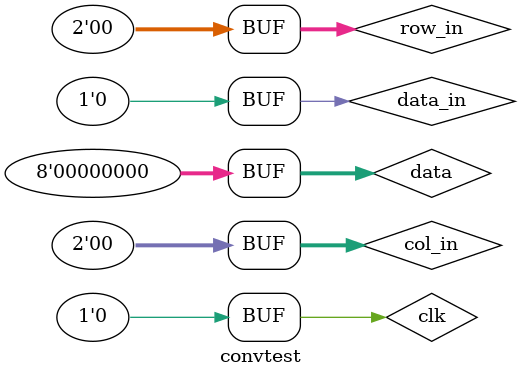
<source format=v>
`timescale 1ns / 1ps


module convtest;

	// Inputs
	reg clk;
	reg data_in;
	reg [1:0] row_in;
	reg [1:0] col_in;
	reg [7:0] data;

	// Outputs
	wire [7:0] out;

	// Instantiate the Unit Under Test (UUT)
	conv uut (
		.clk(clk), 
		.data_in(data_in), 
		.row_in(row_in), 
		.col_in(col_in), 
		.data(data), 
		.out(out)
	);

	initial begin
		// Initialize Inputs
		clk = 0;
		data_in=0;
		row_in=0;
		col_in=0;
		data=0;
		
#100;
		clk = 1;
		data_in = 1;
		row_in = 0;
		col_in = 0;
		data = 1;
#10;
		clk = 0;
#10;
		clk = 1;
		data_in = 1;
		row_in = 0;
		col_in = 1;
		data = 2;
#10;
		clk = 0;
#10;
		clk = 1;
		data_in = 1;
		row_in = 0;
		col_in = 2;
		data = 3;
#10;
		clk = 0;

#10;
		clk = 1;
		data_in = 1;
		row_in = 1;
		col_in = 0;
		data = 4;		
#10;
		clk = 0;

#10;

		clk = 1;
		data_in = 1;
		row_in = 1;
		col_in = 1;
		data = 5;
#10;
		clk = 0;

#10;
		clk = 1;
		data_in = 1;
		row_in = 1;
		col_in = 2;
		data = 6;		
#10;
		clk = 0;
#10;
		clk = 1;
		data_in = 1;
		row_in = 2;
		col_in = 0;
		data = 7;
#10;
		clk = 0;

#10;
		clk = 1;
		data_in = 1;
		row_in = 2;
		col_in = 1;
		data = 8;		
#10;
		clk = 0;
#10;
		clk = 1;
		data_in = 1;
		row_in = 2;
		col_in = 2;
		data = 9;	
#10;
      clk = 0;
#10;
      clk = 1;
		data_in = 0;
		row_in = 0;
		col_in = 0;	
		data=0;
#10;
clk=0;

end
endmodule 

</source>
